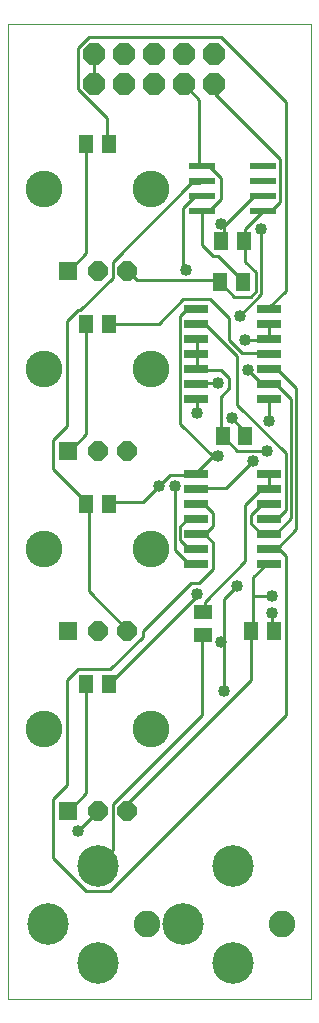
<source format=gbl>
G75*
%MOIN*%
%OFA0B0*%
%FSLAX25Y25*%
%IPPOS*%
%LPD*%
%AMOC8*
5,1,8,0,0,1.08239X$1,22.5*
%
%ADD10C,0.00000*%
%ADD11R,0.05118X0.05906*%
%ADD12R,0.08000X0.02600*%
%ADD13R,0.08661X0.02362*%
%ADD14C,0.13843*%
%ADD15C,0.08858*%
%ADD16R,0.05906X0.05118*%
%ADD17R,0.06496X0.06496*%
%ADD18OC8,0.06496*%
%ADD19C,0.12268*%
%ADD20OC8,0.07400*%
%ADD21C,0.01000*%
%ADD22C,0.04000*%
D10*
X0001000Y0001000D02*
X0001000Y0325961D01*
X0102201Y0325961D01*
X0102201Y0001000D01*
X0001000Y0001000D01*
D11*
X0027260Y0106000D03*
X0034740Y0106000D03*
X0034740Y0166000D03*
X0027260Y0166000D03*
X0027260Y0226000D03*
X0034740Y0226000D03*
X0034740Y0286000D03*
X0027260Y0286000D03*
X0071880Y0239795D03*
X0072260Y0253500D03*
X0079360Y0239795D03*
X0079740Y0253500D03*
X0080120Y0188538D03*
X0072640Y0188538D03*
X0082260Y0123500D03*
X0089740Y0123500D03*
D12*
X0088100Y0146000D03*
X0088100Y0151000D03*
X0088100Y0156000D03*
X0088100Y0161000D03*
X0088100Y0166000D03*
X0088100Y0171000D03*
X0088100Y0176000D03*
X0088100Y0201000D03*
X0088100Y0206000D03*
X0088100Y0211000D03*
X0088100Y0216000D03*
X0088100Y0221000D03*
X0088100Y0226000D03*
X0088100Y0231000D03*
X0063900Y0231000D03*
X0063900Y0226000D03*
X0063900Y0221000D03*
X0063900Y0216000D03*
X0063900Y0211000D03*
X0063900Y0206000D03*
X0063900Y0201000D03*
X0063900Y0176000D03*
X0063900Y0171000D03*
X0063900Y0166000D03*
X0063900Y0161000D03*
X0063900Y0156000D03*
X0063900Y0151000D03*
X0063900Y0146000D03*
D13*
X0065764Y0263500D03*
X0065764Y0268500D03*
X0065764Y0273500D03*
X0065764Y0278500D03*
X0086236Y0278500D03*
X0086236Y0273500D03*
X0086236Y0268500D03*
X0086236Y0263500D03*
D14*
X0076000Y0045291D03*
X0076000Y0013008D03*
X0059465Y0026000D03*
X0031000Y0013008D03*
X0031000Y0045291D03*
X0014465Y0026000D03*
D15*
X0047535Y0026000D03*
X0092535Y0026000D03*
D16*
X0066000Y0122260D03*
X0066000Y0129740D03*
D17*
X0021157Y0123441D03*
X0021157Y0183441D03*
X0021157Y0243441D03*
X0021157Y0063441D03*
D18*
X0031000Y0063441D03*
X0040843Y0063441D03*
X0040843Y0123441D03*
X0031000Y0123441D03*
X0031000Y0183441D03*
X0040843Y0183441D03*
X0040843Y0243441D03*
X0031000Y0243441D03*
D19*
X0013283Y0271000D03*
X0013283Y0211000D03*
X0013283Y0151000D03*
X0013283Y0091000D03*
X0048717Y0091000D03*
X0048717Y0151000D03*
X0048717Y0211000D03*
X0048717Y0271000D03*
D20*
X0049748Y0306038D03*
X0049748Y0316038D03*
X0059748Y0316038D03*
X0059748Y0306038D03*
X0069748Y0306038D03*
X0069748Y0316038D03*
X0039748Y0316038D03*
X0039748Y0306038D03*
X0029748Y0306038D03*
X0029748Y0316038D03*
D21*
X0029800Y0316000D01*
X0029800Y0306100D01*
X0029748Y0306038D01*
X0024400Y0304300D02*
X0034300Y0294400D01*
X0034300Y0286300D01*
X0034740Y0286000D01*
X0027260Y0286000D02*
X0027100Y0285400D01*
X0027100Y0249400D01*
X0021700Y0244000D01*
X0021157Y0243441D01*
X0024400Y0230500D02*
X0020800Y0226900D01*
X0020800Y0191800D01*
X0016300Y0187300D01*
X0016300Y0177400D01*
X0027100Y0166600D01*
X0027260Y0166000D01*
X0028000Y0165700D01*
X0028000Y0136900D01*
X0040600Y0124300D01*
X0040843Y0123441D01*
X0046000Y0123400D02*
X0046000Y0121600D01*
X0035200Y0110800D01*
X0024400Y0110800D01*
X0020800Y0107200D01*
X0020800Y0072100D01*
X0016300Y0067600D01*
X0016300Y0047800D01*
X0027100Y0037000D01*
X0035200Y0037000D01*
X0093700Y0095500D01*
X0093700Y0148600D01*
X0091000Y0151300D01*
X0088100Y0151000D01*
X0088300Y0151300D01*
X0091000Y0151300D01*
X0097300Y0157600D01*
X0097300Y0204400D01*
X0091000Y0210700D01*
X0088300Y0210700D01*
X0088100Y0211000D01*
X0087400Y0206200D02*
X0088100Y0206000D01*
X0088300Y0205300D01*
X0091000Y0205300D01*
X0095500Y0200800D01*
X0095500Y0161200D01*
X0091000Y0156700D01*
X0088300Y0156700D01*
X0088100Y0156000D01*
X0087400Y0156700D01*
X0084700Y0156700D01*
X0082000Y0159400D01*
X0082000Y0162100D01*
X0085600Y0165700D01*
X0087400Y0165700D01*
X0088100Y0166000D01*
X0087400Y0170200D02*
X0088100Y0171000D01*
X0088300Y0171100D01*
X0088300Y0175600D01*
X0088100Y0176000D01*
X0087400Y0170200D02*
X0084700Y0170200D01*
X0080200Y0165700D01*
X0080200Y0146800D01*
X0066700Y0133300D01*
X0066700Y0130600D01*
X0066000Y0129740D01*
X0064000Y0135100D02*
X0064000Y0136000D01*
X0064000Y0135100D02*
X0035200Y0106300D01*
X0034740Y0106000D01*
X0027260Y0106000D02*
X0027100Y0105400D01*
X0027100Y0069400D01*
X0021700Y0064000D01*
X0021157Y0063441D01*
X0024400Y0056800D02*
X0030700Y0063100D01*
X0031000Y0063441D01*
X0036100Y0065800D02*
X0036100Y0050500D01*
X0031600Y0046000D01*
X0031000Y0045291D01*
X0036100Y0065800D02*
X0065800Y0095500D01*
X0065800Y0121600D01*
X0066000Y0122260D01*
X0064900Y0139600D02*
X0062200Y0139600D01*
X0046000Y0123400D01*
X0060400Y0146800D02*
X0056800Y0150400D01*
X0056800Y0172000D01*
X0055000Y0175600D02*
X0063100Y0175600D01*
X0063900Y0176000D01*
X0064000Y0176500D01*
X0069400Y0181900D01*
X0071200Y0181900D01*
X0073000Y0188200D02*
X0072640Y0188538D01*
X0072100Y0189100D01*
X0072100Y0201700D01*
X0074800Y0204400D01*
X0074800Y0208000D01*
X0072100Y0210700D01*
X0064000Y0210700D01*
X0063900Y0211000D01*
X0064000Y0211600D01*
X0064000Y0215200D01*
X0063900Y0216000D01*
X0064000Y0216100D01*
X0064000Y0220600D01*
X0063900Y0221000D01*
X0063900Y0226000D02*
X0066700Y0226000D01*
X0077500Y0215200D01*
X0077500Y0199000D01*
X0093700Y0182800D01*
X0093700Y0163900D01*
X0091000Y0161200D01*
X0088300Y0161200D01*
X0088100Y0161000D01*
X0088100Y0146000D02*
X0087400Y0145900D01*
X0082900Y0141400D01*
X0082900Y0135100D01*
X0089200Y0135100D01*
X0089200Y0129700D02*
X0089200Y0124300D01*
X0089740Y0123500D01*
X0082900Y0124300D02*
X0082260Y0123500D01*
X0082000Y0123400D01*
X0082000Y0107200D01*
X0041500Y0066700D01*
X0041500Y0064000D01*
X0040843Y0063441D01*
X0064900Y0139600D02*
X0069400Y0144100D01*
X0069400Y0153100D01*
X0067600Y0154900D01*
X0067600Y0156700D01*
X0063900Y0156000D01*
X0064000Y0156700D01*
X0067600Y0156700D01*
X0069400Y0158500D01*
X0069400Y0163000D01*
X0066700Y0165700D01*
X0064000Y0165700D01*
X0063900Y0166000D01*
X0063900Y0171000D02*
X0064000Y0171100D01*
X0073900Y0171100D01*
X0082900Y0180100D01*
X0080120Y0188538D02*
X0079300Y0189100D01*
X0079300Y0190900D01*
X0075700Y0194500D01*
X0073000Y0188200D02*
X0077500Y0183700D01*
X0087400Y0183700D01*
X0088300Y0193600D02*
X0088300Y0200800D01*
X0088100Y0201000D01*
X0087400Y0206200D02*
X0085600Y0206200D01*
X0081100Y0210700D01*
X0079300Y0216100D02*
X0087400Y0216100D01*
X0088100Y0216000D01*
X0087400Y0220600D02*
X0088100Y0221000D01*
X0088300Y0221500D01*
X0088300Y0226000D01*
X0088100Y0226000D01*
X0088100Y0231000D02*
X0088300Y0231400D01*
X0093700Y0236800D01*
X0093700Y0299800D01*
X0072100Y0321400D01*
X0028000Y0321400D01*
X0024400Y0317800D01*
X0024400Y0304300D01*
X0062200Y0272800D02*
X0036100Y0246700D01*
X0036100Y0241300D01*
X0025300Y0230500D01*
X0024400Y0230500D01*
X0027100Y0226000D02*
X0027260Y0226000D01*
X0027100Y0226000D02*
X0027100Y0189100D01*
X0021700Y0183700D01*
X0021157Y0183441D01*
X0035200Y0166600D02*
X0034740Y0166000D01*
X0035200Y0166600D02*
X0046000Y0166600D01*
X0051400Y0172000D01*
X0055000Y0175600D01*
X0069400Y0181900D02*
X0058600Y0192700D01*
X0058600Y0228700D01*
X0060400Y0230500D01*
X0063100Y0230500D01*
X0063900Y0231000D01*
X0059500Y0234100D02*
X0068500Y0234100D01*
X0074800Y0227800D01*
X0074800Y0220600D01*
X0079300Y0216100D01*
X0080200Y0220600D02*
X0087400Y0220600D01*
X0078400Y0228700D02*
X0085600Y0235900D01*
X0085600Y0257500D01*
X0085600Y0262900D02*
X0086236Y0263500D01*
X0086500Y0263800D01*
X0089200Y0263800D01*
X0091900Y0266500D01*
X0091900Y0280900D01*
X0070300Y0302500D01*
X0070300Y0305200D01*
X0069748Y0306038D01*
X0064900Y0300700D02*
X0060400Y0305200D01*
X0059748Y0306038D01*
X0064900Y0300700D02*
X0064900Y0279100D01*
X0065764Y0278500D01*
X0065800Y0278200D01*
X0068500Y0278200D01*
X0072100Y0274600D01*
X0072100Y0267400D01*
X0068500Y0263800D01*
X0065800Y0263800D01*
X0065764Y0263500D01*
X0065800Y0262900D01*
X0065800Y0252100D01*
X0069400Y0248500D01*
X0071200Y0248500D01*
X0079300Y0240400D01*
X0079360Y0239795D01*
X0082000Y0235000D02*
X0076600Y0235000D01*
X0072100Y0239500D01*
X0071880Y0239795D01*
X0071200Y0240400D01*
X0044200Y0240400D01*
X0041500Y0243100D01*
X0040843Y0243441D01*
X0034740Y0226000D02*
X0051400Y0226000D01*
X0059500Y0234100D01*
X0060400Y0244000D02*
X0059500Y0244900D01*
X0059500Y0264700D01*
X0063100Y0268300D01*
X0064900Y0268300D01*
X0065764Y0268500D01*
X0064900Y0272800D02*
X0065764Y0273500D01*
X0064900Y0272800D02*
X0062200Y0272800D01*
X0072100Y0259300D02*
X0073000Y0258400D01*
X0082900Y0268300D01*
X0085600Y0268300D01*
X0086236Y0268500D01*
X0085600Y0262900D02*
X0080200Y0257500D01*
X0080200Y0253900D01*
X0079740Y0253500D01*
X0080200Y0253000D01*
X0080200Y0246700D01*
X0083800Y0243100D01*
X0083800Y0236800D01*
X0082000Y0235000D01*
X0072260Y0253500D02*
X0073000Y0253900D01*
X0073000Y0258400D01*
X0071200Y0206200D02*
X0064000Y0206200D01*
X0063900Y0206000D01*
X0063900Y0201000D02*
X0064000Y0200800D01*
X0064000Y0196300D01*
X0063900Y0161000D02*
X0063100Y0160300D01*
X0060400Y0160300D01*
X0058600Y0158500D01*
X0058600Y0154000D01*
X0061300Y0151300D01*
X0063100Y0151300D01*
X0063900Y0151000D01*
X0063100Y0146800D02*
X0063900Y0146000D01*
X0063100Y0146800D02*
X0060400Y0146800D01*
X0073000Y0134200D02*
X0073000Y0119800D01*
X0072100Y0119800D01*
X0073000Y0119800D02*
X0073000Y0103600D01*
X0073000Y0134200D02*
X0077500Y0138700D01*
X0082900Y0135100D02*
X0082900Y0124300D01*
D22*
X0089200Y0129700D03*
X0089200Y0135100D03*
X0077500Y0138700D03*
X0072100Y0119800D03*
X0073000Y0103600D03*
X0064000Y0136000D03*
X0056800Y0172000D03*
X0051400Y0172000D03*
X0064000Y0196300D03*
X0071200Y0206200D03*
X0075700Y0194500D03*
X0071200Y0181900D03*
X0081100Y0210700D03*
X0080200Y0220600D03*
X0078400Y0228700D03*
X0085600Y0257500D03*
X0072100Y0259300D03*
X0060400Y0244000D03*
X0082900Y0180100D03*
X0087400Y0183700D03*
X0088300Y0193600D03*
X0024400Y0056800D03*
M02*

</source>
